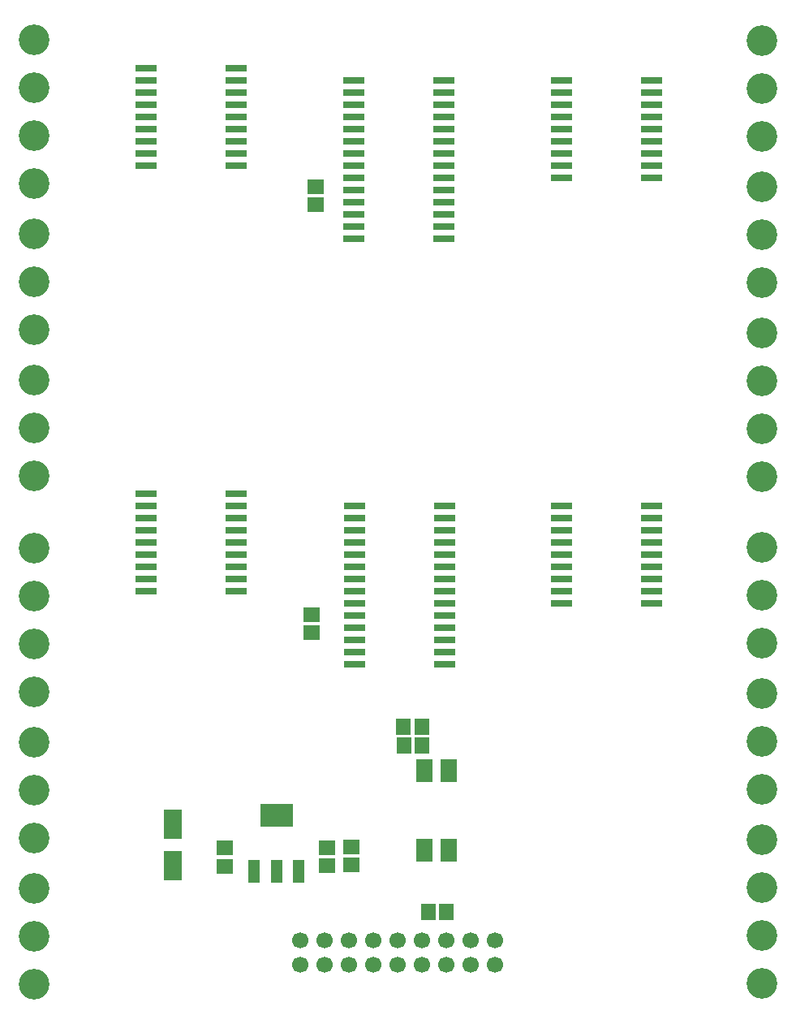
<source format=gts>
%TF.GenerationSoftware,Novarm,DipTrace,3.2.0.1*%
%TF.CreationDate,2018-11-20T20:13:32+01:00*%
%FSLAX35Y35*%
%MOMM*%
%TF.FileFunction,Soldermask,Top*%
%TF.Part,Single*%
%ADD36R,1.5X1.7*%
%ADD38R,1.85X3.1*%
%ADD40R,1.7X2.35*%
%ADD42R,3.45X2.35*%
%ADD44R,1.15X2.35*%
%ADD46R,1.7X1.5*%
%ADD48C,3.2*%
%ADD50C,1.7*%
%ADD52R,2.2X0.8*%
G75*
G01*
%LPD*%
D52*
X3724970Y5434420D3*
Y5307420D3*
Y5180420D3*
Y5053420D3*
Y4926420D3*
Y4799420D3*
Y4672420D3*
Y4545420D3*
Y4418420D3*
Y4291420D3*
Y4164420D3*
Y4037420D3*
Y3910420D3*
Y3783420D3*
X4664970D3*
Y3910420D3*
Y4037420D3*
Y4164420D3*
Y4291420D3*
Y4418420D3*
Y4545420D3*
Y4672420D3*
Y4799420D3*
Y4926420D3*
Y5053420D3*
Y5180420D3*
Y5307420D3*
Y5434420D3*
X3716873Y9865627D3*
Y9738627D3*
Y9611627D3*
Y9484627D3*
Y9357627D3*
Y9230627D3*
Y9103627D3*
Y8976627D3*
Y8849627D3*
Y8722627D3*
Y8595627D3*
Y8468627D3*
Y8341627D3*
Y8214627D3*
X4656873D3*
Y8341627D3*
Y8468627D3*
Y8595627D3*
Y8722627D3*
Y8849627D3*
Y8976627D3*
Y9103627D3*
Y9230627D3*
Y9357627D3*
Y9484627D3*
Y9611627D3*
Y9738627D3*
Y9865627D3*
D50*
X3159123Y650877D3*
X3413123D3*
X3667123D3*
X3921123D3*
X4175123D3*
X4429123D3*
X4683123D3*
X4937123D3*
X5191123D3*
Y904877D3*
X4937123D3*
X4683123D3*
X4429123D3*
X4175123D3*
X3921123D3*
X3667123D3*
X3413123D3*
X3159123D3*
D48*
X381000Y444500D3*
Y944500D3*
Y1444500D3*
Y1968500D3*
Y2468500D3*
Y2968500D3*
Y3492500D3*
Y3992500D3*
Y4492500D3*
Y4992500D3*
Y5746750D3*
Y6246750D3*
Y6746750D3*
Y7270750D3*
Y7770750D3*
Y8270750D3*
Y8794750D3*
Y9294750D3*
Y9794750D3*
Y10294750D3*
X7969250Y10287000D3*
Y9787000D3*
Y9287000D3*
Y8763000D3*
Y8263000D3*
Y7763000D3*
Y7239000D3*
Y6739000D3*
Y6239000D3*
Y5739000D3*
Y5000627D3*
Y4500627D3*
Y4000627D3*
Y3476627D3*
Y2976627D3*
Y2476627D3*
Y1952627D3*
Y1452627D3*
Y952627D3*
Y452627D3*
D46*
X2371943Y1673560D3*
Y1863560D3*
X3687260Y1685727D3*
Y1875727D3*
D44*
X2676910Y1625057D3*
X2906910D3*
X3136910D3*
D42*
X2906910Y2205057D3*
D52*
X5882830Y9868317D3*
Y9741317D3*
Y9614317D3*
Y9487317D3*
Y9360317D3*
Y9233317D3*
Y9106317D3*
Y8979317D3*
Y8852317D3*
X6822830D3*
Y8979317D3*
Y9106317D3*
Y9233317D3*
Y9360317D3*
Y9487317D3*
Y9614317D3*
Y9741317D3*
Y9868317D3*
X2484233Y8975567D3*
Y9102567D3*
Y9229567D3*
Y9356567D3*
Y9483567D3*
Y9610567D3*
Y9737567D3*
Y9864567D3*
Y9991567D3*
X1544233D3*
Y9864567D3*
Y9737567D3*
Y9610567D3*
Y9483567D3*
Y9356567D3*
Y9229567D3*
Y9102567D3*
Y8975567D3*
X5885877Y5432657D3*
Y5305657D3*
Y5178657D3*
Y5051657D3*
Y4924657D3*
Y4797657D3*
Y4670657D3*
Y4543657D3*
Y4416657D3*
X6825877D3*
Y4543657D3*
Y4670657D3*
Y4797657D3*
Y4924657D3*
Y5051657D3*
Y5178657D3*
Y5305657D3*
Y5432657D3*
X2485147Y4542943D3*
Y4669943D3*
Y4796943D3*
Y4923943D3*
Y5050943D3*
Y5177943D3*
Y5304943D3*
Y5431943D3*
Y5558943D3*
X1545147D3*
Y5431943D3*
Y5304943D3*
Y5177943D3*
Y5050943D3*
Y4923943D3*
Y4796943D3*
Y4669943D3*
Y4542943D3*
D40*
X4451290Y1843857D3*
X4705290D3*
Y2668857D3*
X4451290D3*
D46*
X3274420Y4297693D3*
Y4107693D3*
X3317787Y8763293D3*
Y8573293D3*
X3432653Y1680067D3*
Y1870067D3*
D38*
X1826103Y1679840D3*
Y2109840D3*
D36*
X4234853Y3132373D3*
X4424853D3*
X4237090Y2936750D3*
X4427090D3*
X4491620Y1197253D3*
X4681620D3*
M02*

</source>
